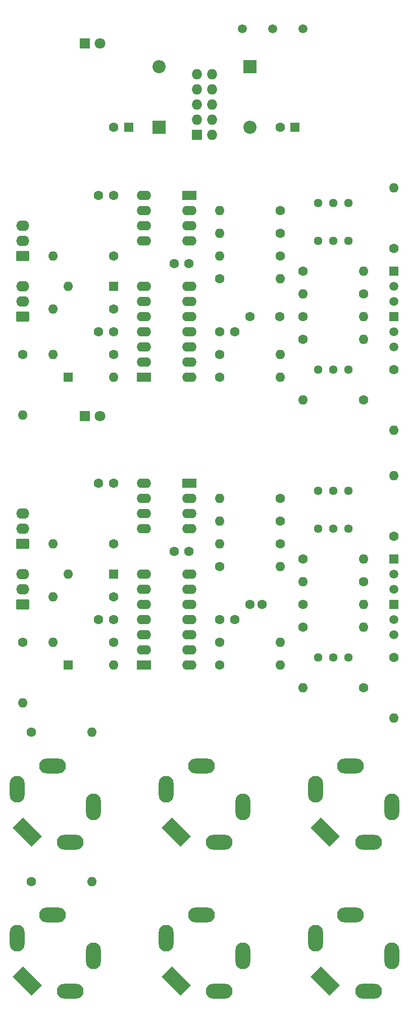
<source format=gts>
G04 #@! TF.GenerationSoftware,KiCad,Pcbnew,6.0.5-a6ca702e91~116~ubuntu20.04.1*
G04 #@! TF.CreationDate,2022-05-11T11:30:29-04:00*
G04 #@! TF.ProjectId,kdlfo,6b646c66-6f2e-46b6-9963-61645f706362,rev?*
G04 #@! TF.SameCoordinates,Original*
G04 #@! TF.FileFunction,Soldermask,Top*
G04 #@! TF.FilePolarity,Negative*
%FSLAX46Y46*%
G04 Gerber Fmt 4.6, Leading zero omitted, Abs format (unit mm)*
G04 Created by KiCad (PCBNEW 6.0.5-a6ca702e91~116~ubuntu20.04.1) date 2022-05-11 11:30:29*
%MOMM*%
%LPD*%
G01*
G04 APERTURE LIST*
G04 Aperture macros list*
%AMRoundRect*
0 Rectangle with rounded corners*
0 $1 Rounding radius*
0 $2 $3 $4 $5 $6 $7 $8 $9 X,Y pos of 4 corners*
0 Add a 4 corners polygon primitive as box body*
4,1,4,$2,$3,$4,$5,$6,$7,$8,$9,$2,$3,0*
0 Add four circle primitives for the rounded corners*
1,1,$1+$1,$2,$3*
1,1,$1+$1,$4,$5*
1,1,$1+$1,$6,$7*
1,1,$1+$1,$8,$9*
0 Add four rect primitives between the rounded corners*
20,1,$1+$1,$2,$3,$4,$5,0*
20,1,$1+$1,$4,$5,$6,$7,0*
20,1,$1+$1,$6,$7,$8,$9,0*
20,1,$1+$1,$8,$9,$2,$3,0*%
%AMRotRect*
0 Rectangle, with rotation*
0 The origin of the aperture is its center*
0 $1 length*
0 $2 width*
0 $3 Rotation angle, in degrees counterclockwise*
0 Add horizontal line*
21,1,$1,$2,0,0,$3*%
G04 Aperture macros list end*
%ADD10O,2.500000X4.500001*%
%ADD11O,4.500001X2.500001*%
%ADD12RotRect,4.500001X2.500001X315.000000*%
%ADD13O,4.500000X2.500000*%
%ADD14O,2.500000X4.500000*%
%ADD15R,1.800000X1.800000*%
%ADD16C,1.800000*%
%ADD17C,1.500000*%
%ADD18C,1.600000*%
%ADD19O,1.600000X1.600000*%
%ADD20C,1.440000*%
%ADD21R,1.600000X1.600000*%
%ADD22R,1.500000X1.500000*%
%ADD23R,2.200000X2.200000*%
%ADD24O,2.200000X2.200000*%
%ADD25RoundRect,0.250000X0.850000X-0.620000X0.850000X0.620000X-0.850000X0.620000X-0.850000X-0.620000X0*%
%ADD26O,2.200000X1.740000*%
%ADD27R,1.727200X1.727200*%
%ADD28O,1.727200X1.727200*%
%ADD29R,2.400000X1.600000*%
%ADD30O,2.400000X1.600000*%
G04 APERTURE END LIST*
D10*
G04 #@! TO.C,J8*
X81400000Y-190500000D03*
D11*
X77500000Y-196400000D03*
D12*
X70260000Y-194740000D03*
D13*
X74500000Y-183600000D03*
D14*
X68600000Y-187500000D03*
G04 #@! TD*
D15*
G04 #@! TO.C,D5*
X79975000Y-37500000D03*
D16*
X82515000Y-37500000D03*
G04 #@! TD*
D10*
G04 #@! TO.C,J7*
X131400000Y-190500000D03*
D11*
X127500000Y-196400000D03*
D12*
X120260000Y-194740000D03*
D13*
X124500000Y-183600000D03*
D14*
X118600000Y-187500000D03*
G04 #@! TD*
D15*
G04 #@! TO.C,D8*
X79975000Y-100000000D03*
D16*
X82515000Y-100000000D03*
G04 #@! TD*
D17*
G04 #@! TO.C,TP2*
X106350000Y-34990000D03*
G04 #@! TD*
G04 #@! TO.C,TP1*
X116510000Y-34990000D03*
G04 #@! TD*
D10*
G04 #@! TO.C,J6*
X106400000Y-165500000D03*
D11*
X102500000Y-171400000D03*
D12*
X95260000Y-169740000D03*
D13*
X99500000Y-158600000D03*
D14*
X93600000Y-162500000D03*
G04 #@! TD*
D10*
G04 #@! TO.C,J9*
X106400000Y-190500000D03*
D11*
X102500000Y-196400000D03*
D12*
X95260000Y-194740000D03*
D13*
X99500000Y-183600000D03*
D14*
X93600000Y-187500000D03*
G04 #@! TD*
D17*
G04 #@! TO.C,TP3*
X111430000Y-34990000D03*
G04 #@! TD*
D10*
G04 #@! TO.C,J10*
X131400000Y-165500000D03*
D11*
X127500000Y-171400000D03*
D12*
X120260000Y-169740000D03*
D13*
X124500000Y-158600000D03*
D14*
X118600000Y-162500000D03*
G04 #@! TD*
D10*
G04 #@! TO.C,J5*
X81400000Y-165500000D03*
D11*
X77500000Y-171400000D03*
D12*
X70260000Y-169740000D03*
D13*
X74500000Y-158600000D03*
D14*
X68600000Y-162500000D03*
G04 #@! TD*
D18*
G04 #@! TO.C,R2*
X102540000Y-76900000D03*
D19*
X112700000Y-76900000D03*
G04 #@! TD*
D18*
G04 #@! TO.C,R7*
X116510000Y-83250000D03*
D19*
X126670000Y-83250000D03*
G04 #@! TD*
D20*
G04 #@! TO.C,RV8*
X119050000Y-140400000D03*
X121590000Y-140400000D03*
X124130000Y-140400000D03*
G04 #@! TD*
D21*
G04 #@! TO.C,D6*
X77140000Y-141670000D03*
D19*
X84760000Y-141670000D03*
G04 #@! TD*
D18*
G04 #@! TO.C,R30*
X112700000Y-117540000D03*
D19*
X102540000Y-117540000D03*
G04 #@! TD*
D18*
G04 #@! TO.C,C5*
X84760000Y-85790000D03*
X82260000Y-85790000D03*
G04 #@! TD*
G04 #@! TO.C,R8*
X116510000Y-75630000D03*
D19*
X126670000Y-75630000D03*
G04 #@! TD*
D22*
G04 #@! TO.C,Q2*
X131750000Y-75630000D03*
D17*
X131750000Y-78170000D03*
X131750000Y-80710000D03*
G04 #@! TD*
D22*
G04 #@! TO.C,Q3*
X131750000Y-131510000D03*
D17*
X131750000Y-134050000D03*
X131750000Y-136590000D03*
G04 #@! TD*
D18*
G04 #@! TO.C,R24*
X116510000Y-131510000D03*
D19*
X126670000Y-131510000D03*
G04 #@! TD*
D18*
G04 #@! TO.C,R23*
X102540000Y-137860000D03*
D19*
X112700000Y-137860000D03*
G04 #@! TD*
D23*
G04 #@! TO.C,D2*
X107620000Y-41340000D03*
D24*
X107620000Y-51500000D03*
G04 #@! TD*
D18*
G04 #@! TO.C,C8*
X94920000Y-74360000D03*
X97420000Y-74360000D03*
G04 #@! TD*
G04 #@! TO.C,C12*
X94920000Y-122620000D03*
X97420000Y-122620000D03*
G04 #@! TD*
D25*
G04 #@! TO.C,J3*
X69520000Y-121350000D03*
D26*
X69520000Y-118810000D03*
X69520000Y-116270000D03*
G04 #@! TD*
D20*
G04 #@! TO.C,RV6*
X119050000Y-70550000D03*
X121590000Y-70550000D03*
X124130000Y-70550000D03*
G04 #@! TD*
D18*
G04 #@! TO.C,C11*
X84760000Y-111190000D03*
X82260000Y-111190000D03*
G04 #@! TD*
G04 #@! TO.C,C9*
X84760000Y-134050000D03*
X82260000Y-134050000D03*
G04 #@! TD*
G04 #@! TO.C,R32*
X71000000Y-178000000D03*
D19*
X81160000Y-178000000D03*
G04 #@! TD*
D18*
G04 #@! TO.C,C1*
X107620000Y-83250000D03*
X112620000Y-83250000D03*
G04 #@! TD*
G04 #@! TO.C,R20*
X131750000Y-140400000D03*
D19*
X131750000Y-150560000D03*
G04 #@! TD*
D21*
G04 #@! TO.C,C3*
X87300000Y-51500000D03*
D18*
X84800000Y-51500000D03*
G04 #@! TD*
G04 #@! TO.C,R27*
X102540000Y-141670000D03*
D19*
X112700000Y-141670000D03*
G04 #@! TD*
D21*
G04 #@! TO.C,C4*
X115200000Y-51500000D03*
D18*
X112700000Y-51500000D03*
G04 #@! TD*
G04 #@! TO.C,R14*
X84760000Y-89600000D03*
D19*
X74600000Y-89600000D03*
G04 #@! TD*
D18*
G04 #@! TO.C,R35*
X69520000Y-89600000D03*
D19*
X69520000Y-99760000D03*
G04 #@! TD*
D22*
G04 #@! TO.C,Q1*
X131750000Y-83250000D03*
D17*
X131750000Y-85790000D03*
X131750000Y-88330000D03*
G04 #@! TD*
D18*
G04 #@! TO.C,R1*
X126670000Y-97220000D03*
D19*
X116510000Y-97220000D03*
G04 #@! TD*
D21*
G04 #@! TO.C,D7*
X84760000Y-126430000D03*
D19*
X77140000Y-126430000D03*
G04 #@! TD*
D25*
G04 #@! TO.C,J4*
X69500000Y-131510000D03*
D26*
X69500000Y-128970000D03*
X69500000Y-126430000D03*
G04 #@! TD*
D21*
G04 #@! TO.C,D3*
X77140000Y-93410000D03*
D19*
X84760000Y-93410000D03*
G04 #@! TD*
D18*
G04 #@! TO.C,R16*
X112700000Y-65470000D03*
D19*
X102540000Y-65470000D03*
G04 #@! TD*
D20*
G04 #@! TO.C,RV10*
X119040000Y-112460000D03*
X121580000Y-112460000D03*
X124120000Y-112460000D03*
G04 #@! TD*
D18*
G04 #@! TO.C,R25*
X116510000Y-123890000D03*
D19*
X126670000Y-123890000D03*
G04 #@! TD*
D20*
G04 #@! TO.C,RV5*
X119040000Y-92140000D03*
X121580000Y-92140000D03*
X124120000Y-92140000D03*
G04 #@! TD*
D25*
G04 #@! TO.C,J1*
X69540000Y-73090000D03*
D26*
X69540000Y-70550000D03*
X69540000Y-68010000D03*
G04 #@! TD*
D27*
G04 #@! TO.C,J15*
X98730000Y-52770000D03*
D28*
X101270000Y-52770000D03*
X98730000Y-50230000D03*
X101270000Y-50230000D03*
X98730000Y-47690000D03*
X101270000Y-47690000D03*
X98730000Y-45150000D03*
X101270000Y-45150000D03*
X98730000Y-42610000D03*
X101270000Y-42610000D03*
G04 #@! TD*
D18*
G04 #@! TO.C,R13*
X112700000Y-69280000D03*
D19*
X102540000Y-69280000D03*
G04 #@! TD*
D18*
G04 #@! TO.C,R6*
X102540000Y-89600000D03*
D19*
X112700000Y-89600000D03*
G04 #@! TD*
D18*
G04 #@! TO.C,R28*
X112700000Y-121350000D03*
D19*
X102540000Y-121350000D03*
G04 #@! TD*
D18*
G04 #@! TO.C,R12*
X84760000Y-81980000D03*
D19*
X74600000Y-81980000D03*
G04 #@! TD*
D18*
G04 #@! TO.C,C6*
X105080000Y-85790000D03*
X102580000Y-85790000D03*
G04 #@! TD*
D25*
G04 #@! TO.C,J2*
X69520000Y-83250000D03*
D26*
X69520000Y-80710000D03*
X69520000Y-78170000D03*
G04 #@! TD*
D18*
G04 #@! TO.C,R19*
X102540000Y-125160000D03*
D19*
X112700000Y-125160000D03*
G04 #@! TD*
D18*
G04 #@! TO.C,C10*
X105080000Y-134050000D03*
X102580000Y-134050000D03*
G04 #@! TD*
D23*
G04 #@! TO.C,D1*
X92380000Y-51500000D03*
D24*
X92380000Y-41340000D03*
G04 #@! TD*
D18*
G04 #@! TO.C,R26*
X131750000Y-120080000D03*
D19*
X131750000Y-109920000D03*
G04 #@! TD*
D18*
G04 #@! TO.C,R5*
X126670000Y-79440000D03*
D19*
X116510000Y-79440000D03*
G04 #@! TD*
D18*
G04 #@! TO.C,R9*
X131750000Y-71820000D03*
D19*
X131750000Y-61660000D03*
G04 #@! TD*
D18*
G04 #@! TO.C,R36*
X69520000Y-137860000D03*
D19*
X69520000Y-148020000D03*
G04 #@! TD*
D18*
G04 #@! TO.C,R3*
X131750000Y-92140000D03*
D19*
X131750000Y-102300000D03*
G04 #@! TD*
D18*
G04 #@! TO.C,R15*
X71000000Y-153000000D03*
D19*
X81160000Y-153000000D03*
G04 #@! TD*
D18*
G04 #@! TO.C,R33*
X112700000Y-113730000D03*
D19*
X102540000Y-113730000D03*
G04 #@! TD*
D18*
G04 #@! TO.C,R31*
X84760000Y-137860000D03*
D19*
X74600000Y-137860000D03*
G04 #@! TD*
D20*
G04 #@! TO.C,RV7*
X119040000Y-64200000D03*
X121580000Y-64200000D03*
X124120000Y-64200000D03*
G04 #@! TD*
D18*
G04 #@! TO.C,R29*
X84760000Y-130240000D03*
D19*
X74600000Y-130240000D03*
G04 #@! TD*
D29*
G04 #@! TO.C,U1*
X89840000Y-93415000D03*
D30*
X89840000Y-90875000D03*
X89840000Y-88335000D03*
X89840000Y-85795000D03*
X89840000Y-83255000D03*
X89840000Y-80715000D03*
X89840000Y-78175000D03*
X97460000Y-78175000D03*
X97460000Y-80715000D03*
X97460000Y-83255000D03*
X97460000Y-85795000D03*
X97460000Y-88335000D03*
X97460000Y-90875000D03*
X97460000Y-93415000D03*
G04 #@! TD*
D29*
G04 #@! TO.C,U4*
X97450000Y-111200000D03*
D30*
X97450000Y-113740000D03*
X97450000Y-116280000D03*
X97450000Y-118820000D03*
X89830000Y-118820000D03*
X89830000Y-116280000D03*
X89830000Y-113740000D03*
X89830000Y-111200000D03*
G04 #@! TD*
D29*
G04 #@! TO.C,U2*
X97450000Y-62940000D03*
D30*
X97450000Y-65480000D03*
X97450000Y-68020000D03*
X97450000Y-70560000D03*
X89830000Y-70560000D03*
X89830000Y-68020000D03*
X89830000Y-65480000D03*
X89830000Y-62940000D03*
G04 #@! TD*
D18*
G04 #@! TO.C,R4*
X116510000Y-87060000D03*
D19*
X126670000Y-87060000D03*
G04 #@! TD*
D29*
G04 #@! TO.C,U3*
X89840000Y-141670000D03*
D30*
X89840000Y-139130000D03*
X89840000Y-136590000D03*
X89840000Y-134050000D03*
X89840000Y-131510000D03*
X89840000Y-128970000D03*
X89840000Y-126430000D03*
X97460000Y-126430000D03*
X97460000Y-128970000D03*
X97460000Y-131510000D03*
X97460000Y-134050000D03*
X97460000Y-136590000D03*
X97460000Y-139130000D03*
X97460000Y-141670000D03*
G04 #@! TD*
D18*
G04 #@! TO.C,R22*
X126670000Y-127700000D03*
D19*
X116510000Y-127700000D03*
G04 #@! TD*
D18*
G04 #@! TO.C,C2*
X107620000Y-131510000D03*
X109620000Y-131510000D03*
G04 #@! TD*
G04 #@! TO.C,C7*
X84760000Y-62930000D03*
X82260000Y-62930000D03*
G04 #@! TD*
G04 #@! TO.C,R18*
X126670000Y-145480000D03*
D19*
X116510000Y-145480000D03*
G04 #@! TD*
D18*
G04 #@! TO.C,R10*
X102540000Y-93410000D03*
D19*
X112700000Y-93410000D03*
G04 #@! TD*
D22*
G04 #@! TO.C,Q4*
X131750000Y-123890000D03*
D17*
X131750000Y-126430000D03*
X131750000Y-128970000D03*
G04 #@! TD*
D18*
G04 #@! TO.C,R11*
X112700000Y-73090000D03*
D19*
X102540000Y-73090000D03*
G04 #@! TD*
D18*
G04 #@! TO.C,R17*
X84760000Y-73090000D03*
D19*
X74600000Y-73090000D03*
G04 #@! TD*
D21*
G04 #@! TO.C,D4*
X84760000Y-78170000D03*
D19*
X77140000Y-78170000D03*
G04 #@! TD*
D20*
G04 #@! TO.C,RV9*
X119040000Y-118810000D03*
X121580000Y-118810000D03*
X124120000Y-118810000D03*
G04 #@! TD*
D18*
G04 #@! TO.C,R34*
X84760000Y-121350000D03*
D19*
X74600000Y-121350000D03*
G04 #@! TD*
D18*
G04 #@! TO.C,R21*
X116510000Y-135320000D03*
D19*
X126670000Y-135320000D03*
G04 #@! TD*
M02*

</source>
